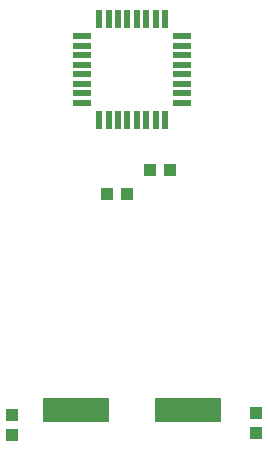
<source format=gbr>
%TF.GenerationSoftware,Altium Limited,Altium Designer,23.4.1 (23)*%
G04 Layer_Color=8421504*
%FSLAX45Y45*%
%MOMM*%
%TF.SameCoordinates,37F79050-5382-499E-8BED-BD4E09E40BF1*%
%TF.FilePolarity,Positive*%
%TF.FileFunction,Paste,Top*%
%TF.Part,Single*%
G01*
G75*
%TA.AperFunction,SMDPad,CuDef*%
%ADD11R,1.10000X1.00000*%
%ADD12R,1.50000X0.60000*%
%ADD13R,0.60000X1.50000*%
%ADD14R,1.00000X1.10000*%
%ADD15R,5.60000X2.10000*%
D11*
X1609000Y3444875D02*
D03*
X1439000D02*
D03*
X1974125Y3651250D02*
D03*
X1804125D02*
D03*
D12*
X1225000Y4220000D02*
D03*
Y4300000D02*
D03*
Y4380000D02*
D03*
Y4460000D02*
D03*
Y4540000D02*
D03*
Y4620000D02*
D03*
Y4700000D02*
D03*
Y4780000D02*
D03*
X2075000D02*
D03*
Y4700000D02*
D03*
Y4620000D02*
D03*
Y4540000D02*
D03*
Y4460000D02*
D03*
Y4380000D02*
D03*
Y4300000D02*
D03*
Y4220000D02*
D03*
D13*
X1370000Y4925000D02*
D03*
X1450000D02*
D03*
X1530000D02*
D03*
X1610000D02*
D03*
X1690000D02*
D03*
X1770000D02*
D03*
X1850000D02*
D03*
X1930000D02*
D03*
Y4075000D02*
D03*
X1850000D02*
D03*
X1770000D02*
D03*
X1690000D02*
D03*
X1610000D02*
D03*
X1530000D02*
D03*
X1450000D02*
D03*
X1370000D02*
D03*
D14*
X635000Y1407250D02*
D03*
Y1577250D02*
D03*
X2698750Y1423125D02*
D03*
Y1593125D02*
D03*
D15*
X2125000Y1619250D02*
D03*
X1175000D02*
D03*
%TF.MD5,f3c17d01d0793ad023fee44acd28add0*%
M02*

</source>
